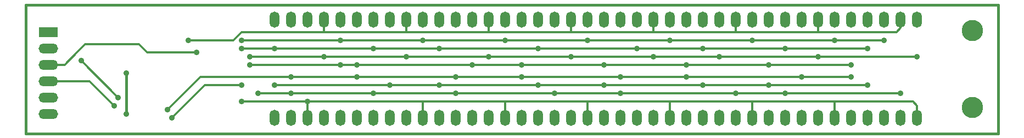
<source format=gbl>
G04 (created by PCBNEW-RS274X (2012-01-19 BZR 3256)-stable) date 28/05/2013 23:41:44*
G01*
G70*
G90*
%MOIN*%
G04 Gerber Fmt 3.4, Leading zero omitted, Abs format*
%FSLAX34Y34*%
G04 APERTURE LIST*
%ADD10C,0.006000*%
%ADD11C,0.015000*%
%ADD12R,0.118100X0.059100*%
%ADD13O,0.118100X0.059100*%
%ADD14O,0.059100X0.098400*%
%ADD15C,0.129900*%
%ADD16C,0.035000*%
%ADD17C,0.016000*%
%ADD18C,0.012000*%
G04 APERTURE END LIST*
G54D10*
G54D11*
X44882Y-25197D02*
X44882Y-17323D01*
X103937Y-25197D02*
X44882Y-25197D01*
X103937Y-17323D02*
X103937Y-25197D01*
X44882Y-17323D02*
X103937Y-17323D01*
G54D12*
X46250Y-19000D03*
G54D13*
X46250Y-20000D03*
X46250Y-21000D03*
X46250Y-22000D03*
X46250Y-23000D03*
X46250Y-24000D03*
G54D14*
X92000Y-24250D03*
X93000Y-24250D03*
X94000Y-24250D03*
X94000Y-18250D03*
X93000Y-18250D03*
X92000Y-18250D03*
X91000Y-18250D03*
X90000Y-18250D03*
X90000Y-24250D03*
X91000Y-24250D03*
X82000Y-24250D03*
X83000Y-24250D03*
X84000Y-24250D03*
X84000Y-18250D03*
X83000Y-18250D03*
X82000Y-18250D03*
X81000Y-18250D03*
X80000Y-18250D03*
X80000Y-24250D03*
X81000Y-24250D03*
X62000Y-24250D03*
X63000Y-24250D03*
X64000Y-24250D03*
X64000Y-18250D03*
X63000Y-18250D03*
X62000Y-18250D03*
X61000Y-18250D03*
X60000Y-18250D03*
X60000Y-24250D03*
X61000Y-24250D03*
X72000Y-24250D03*
X73000Y-24250D03*
X74000Y-24250D03*
X74000Y-18250D03*
X73000Y-18250D03*
X72000Y-18250D03*
X71000Y-18250D03*
X70000Y-18250D03*
X70000Y-24250D03*
X71000Y-24250D03*
X77000Y-24250D03*
X78000Y-24250D03*
X79000Y-24250D03*
X79000Y-18250D03*
X78000Y-18250D03*
X77000Y-18250D03*
X76000Y-18250D03*
X75000Y-18250D03*
X75000Y-24250D03*
X76000Y-24250D03*
X67000Y-24250D03*
X68000Y-24250D03*
X69000Y-24250D03*
X69000Y-18250D03*
X68000Y-18250D03*
X67000Y-18250D03*
X66000Y-18250D03*
X65000Y-18250D03*
X65000Y-24250D03*
X66000Y-24250D03*
X87000Y-24250D03*
X88000Y-24250D03*
X89000Y-24250D03*
X89000Y-18250D03*
X88000Y-18250D03*
X87000Y-18250D03*
X86000Y-18250D03*
X85000Y-18250D03*
X85000Y-24250D03*
X86000Y-24250D03*
X97000Y-24250D03*
X98000Y-24250D03*
X99000Y-24250D03*
X99000Y-18250D03*
X98000Y-18250D03*
X97000Y-18250D03*
X96000Y-18250D03*
X95000Y-18250D03*
X95000Y-24250D03*
X96000Y-24250D03*
G54D15*
X102362Y-18898D03*
X102362Y-23622D03*
G54D16*
X51000Y-21500D03*
X51000Y-24000D03*
X50250Y-23500D03*
X48250Y-20750D03*
X50500Y-23000D03*
X55250Y-20250D03*
X62000Y-23250D03*
X58000Y-23250D03*
X64000Y-21000D03*
X85000Y-21000D03*
X95000Y-21000D03*
X58500Y-21000D03*
X80000Y-21000D03*
X65000Y-21000D03*
X75000Y-21000D03*
X90000Y-21000D03*
X72000Y-21000D03*
X60000Y-20000D03*
X66000Y-20000D03*
X91000Y-20000D03*
X82000Y-20000D03*
X96000Y-20000D03*
X53750Y-24250D03*
X58000Y-20000D03*
X58000Y-22250D03*
X70000Y-20000D03*
X86000Y-20000D03*
X76000Y-20000D03*
X53500Y-23750D03*
X81000Y-21750D03*
X75000Y-21750D03*
X95000Y-21750D03*
X92000Y-21750D03*
X85000Y-21750D03*
X61000Y-21750D03*
X65000Y-21750D03*
X71000Y-21750D03*
X76000Y-22250D03*
X60000Y-22250D03*
X67000Y-22250D03*
X70000Y-22250D03*
X80000Y-22250D03*
X86000Y-22250D03*
X96000Y-22250D03*
X90000Y-22250D03*
X77000Y-22750D03*
X66000Y-22750D03*
X61000Y-22750D03*
X71000Y-22750D03*
X81000Y-22750D03*
X98000Y-22750D03*
X91000Y-22750D03*
X88000Y-22750D03*
X59000Y-22750D03*
X87000Y-20500D03*
X83000Y-20500D03*
X68000Y-20500D03*
X78000Y-20500D03*
X73000Y-20500D03*
X63000Y-20500D03*
X93000Y-20500D03*
X58500Y-20500D03*
X99000Y-20500D03*
X58000Y-19500D03*
X84000Y-19500D03*
X79000Y-19500D03*
X89000Y-19500D03*
X97000Y-19500D03*
X94000Y-19500D03*
X69000Y-19500D03*
X74000Y-19500D03*
X64000Y-19500D03*
X54750Y-19500D03*
G54D17*
X51000Y-21500D02*
X51000Y-23250D01*
X51000Y-23250D02*
X51000Y-24000D01*
G54D18*
X50250Y-23500D02*
X50000Y-23250D01*
X50000Y-23250D02*
X48750Y-22000D01*
X50250Y-23500D02*
X50000Y-23250D01*
X48750Y-22000D02*
X46250Y-22000D01*
X50500Y-23000D02*
X48250Y-20750D01*
X46250Y-21000D02*
X47250Y-21000D01*
X48000Y-20250D02*
X47250Y-21000D01*
X48500Y-19750D02*
X51750Y-19750D01*
X48000Y-20250D02*
X48500Y-19750D01*
X52250Y-20250D02*
X55250Y-20250D01*
X51750Y-19750D02*
X52250Y-20250D01*
X99000Y-24250D02*
X99000Y-23500D01*
X94000Y-23250D02*
X94000Y-24250D01*
X62000Y-23250D02*
X62250Y-23250D01*
X69000Y-23250D02*
X62250Y-23250D01*
X99000Y-23500D02*
X98750Y-23250D01*
X84000Y-23250D02*
X84000Y-24250D01*
X94000Y-23250D02*
X89000Y-23250D01*
X89000Y-24250D02*
X89000Y-23250D01*
X62250Y-23250D02*
X62000Y-23250D01*
X58000Y-23250D02*
X62000Y-23250D01*
X69000Y-23250D02*
X69000Y-24250D01*
X74000Y-23250D02*
X74000Y-24250D01*
X62000Y-23250D02*
X62000Y-24250D01*
X84000Y-23250D02*
X79000Y-23250D01*
X98750Y-23250D02*
X94000Y-23250D01*
X74000Y-23250D02*
X69000Y-23250D01*
X79000Y-23250D02*
X74000Y-23250D01*
X89000Y-23250D02*
X84000Y-23250D01*
X79000Y-23250D02*
X79000Y-24250D01*
X80000Y-21000D02*
X80250Y-21000D01*
X95000Y-21000D02*
X90500Y-21000D01*
X72500Y-21000D02*
X65750Y-21000D01*
X85250Y-21000D02*
X80250Y-21000D01*
X75250Y-21000D02*
X72500Y-21000D01*
X65750Y-21000D02*
X64500Y-21000D01*
X80250Y-21000D02*
X75250Y-21000D01*
X85000Y-21000D02*
X85250Y-21000D01*
X90500Y-21000D02*
X85250Y-21000D01*
X58500Y-21000D02*
X64000Y-21000D01*
X65000Y-21000D02*
X65750Y-21000D01*
X64000Y-21000D02*
X64500Y-21000D01*
X75000Y-21000D02*
X75250Y-21000D01*
X72000Y-21000D02*
X72500Y-21000D01*
X90000Y-21000D02*
X90500Y-21000D01*
X82000Y-20000D02*
X82250Y-20000D01*
X66000Y-20000D02*
X66750Y-20000D01*
X96000Y-20000D02*
X91250Y-20000D01*
X70000Y-20000D02*
X70250Y-20000D01*
X82250Y-20000D02*
X76250Y-20000D01*
X76250Y-20000D02*
X70250Y-20000D01*
X58250Y-20000D02*
X60000Y-20000D01*
X70250Y-20000D02*
X66750Y-20000D01*
X91250Y-20000D02*
X86250Y-20000D01*
X76000Y-20000D02*
X76250Y-20000D01*
X55750Y-22250D02*
X58000Y-22250D01*
X86000Y-20000D02*
X86250Y-20000D01*
X66750Y-20000D02*
X60000Y-20000D01*
X53750Y-24250D02*
X55750Y-22250D01*
X58000Y-20000D02*
X58250Y-20000D01*
X86250Y-20000D02*
X82250Y-20000D01*
X91000Y-20000D02*
X91250Y-20000D01*
X75500Y-21750D02*
X71500Y-21750D01*
X92250Y-21750D02*
X95000Y-21750D01*
X58750Y-21750D02*
X61000Y-21750D01*
X65000Y-21750D02*
X65500Y-21750D01*
X85000Y-21750D02*
X81500Y-21750D01*
X65500Y-21750D02*
X61500Y-21750D01*
X61000Y-21750D02*
X61500Y-21750D01*
X58750Y-21750D02*
X55500Y-21750D01*
X85000Y-21750D02*
X92250Y-21750D01*
X71500Y-21750D02*
X65500Y-21750D01*
X75000Y-21750D02*
X75500Y-21750D01*
X55500Y-21750D02*
X53500Y-23750D01*
X71000Y-21750D02*
X71500Y-21750D01*
X81500Y-21750D02*
X75500Y-21750D01*
X92000Y-21750D02*
X92250Y-21750D01*
X81000Y-21750D02*
X81500Y-21750D01*
X90500Y-22250D02*
X86250Y-22250D01*
X86250Y-22250D02*
X80500Y-22250D01*
X76000Y-22250D02*
X76250Y-22250D01*
X60000Y-22250D02*
X60250Y-22250D01*
X96000Y-22250D02*
X90500Y-22250D01*
X70000Y-22250D02*
X69750Y-22250D01*
X90000Y-22250D02*
X90500Y-22250D01*
X86000Y-22250D02*
X86250Y-22250D01*
X80500Y-22250D02*
X76250Y-22250D01*
X76250Y-22250D02*
X69750Y-22250D01*
X69750Y-22250D02*
X66500Y-22250D01*
X80000Y-22250D02*
X80500Y-22250D01*
X66500Y-22250D02*
X60250Y-22250D01*
X67000Y-22250D02*
X66500Y-22250D01*
X66500Y-22750D02*
X61250Y-22750D01*
X81500Y-22750D02*
X77500Y-22750D01*
X66000Y-22750D02*
X66500Y-22750D01*
X98000Y-22750D02*
X91500Y-22750D01*
X77000Y-22750D02*
X77500Y-22750D01*
X71500Y-22750D02*
X66500Y-22750D01*
X77500Y-22750D02*
X71500Y-22750D01*
X61000Y-22750D02*
X61250Y-22750D01*
X88500Y-22750D02*
X81500Y-22750D01*
X81000Y-22750D02*
X81500Y-22750D01*
X91000Y-22750D02*
X91500Y-22750D01*
X88000Y-22750D02*
X88500Y-22750D01*
X71000Y-22750D02*
X71500Y-22750D01*
X59000Y-22750D02*
X61000Y-22750D01*
X91500Y-22750D02*
X88500Y-22750D01*
X68500Y-20500D02*
X63000Y-20500D01*
X99000Y-20500D02*
X93000Y-20500D01*
X68000Y-20500D02*
X68500Y-20500D01*
X93000Y-20500D02*
X87000Y-20500D01*
X83000Y-20500D02*
X78000Y-20500D01*
X73000Y-20500D02*
X68500Y-20500D01*
X58500Y-20500D02*
X63000Y-20500D01*
X87000Y-20500D02*
X83000Y-20500D01*
X78000Y-20500D02*
X73000Y-20500D01*
X79000Y-19500D02*
X79250Y-19500D01*
X74000Y-19500D02*
X73750Y-19500D01*
X79250Y-19500D02*
X73750Y-19500D01*
X89000Y-19500D02*
X89250Y-19500D01*
X69250Y-19500D02*
X64000Y-19500D01*
X58000Y-19500D02*
X64000Y-19500D01*
X69000Y-19500D02*
X69250Y-19500D01*
X89250Y-19500D02*
X84250Y-19500D01*
X73750Y-19500D02*
X69250Y-19500D01*
X94000Y-19500D02*
X94500Y-19500D01*
X97000Y-19500D02*
X94500Y-19500D01*
X84000Y-19500D02*
X84250Y-19500D01*
X94500Y-19500D02*
X89250Y-19500D01*
X84250Y-19500D02*
X79250Y-19500D01*
X78000Y-18250D02*
X78000Y-19000D01*
X88000Y-18250D02*
X88000Y-19000D01*
X68000Y-18250D02*
X68000Y-19000D01*
X97750Y-19000D02*
X93000Y-19000D01*
X83000Y-18250D02*
X83000Y-19000D01*
X98000Y-18250D02*
X98000Y-18750D01*
X93000Y-18250D02*
X93000Y-19000D01*
X88000Y-19000D02*
X83000Y-19000D01*
X63000Y-19000D02*
X63000Y-18250D01*
X58000Y-19000D02*
X63000Y-19000D01*
X73000Y-18250D02*
X73000Y-19000D01*
X57500Y-19500D02*
X58000Y-19000D01*
X54750Y-19500D02*
X57500Y-19500D01*
X73000Y-19000D02*
X68000Y-19000D01*
X98000Y-18750D02*
X97750Y-19000D01*
X68000Y-19000D02*
X63000Y-19000D01*
X78000Y-19000D02*
X73000Y-19000D01*
X83000Y-19000D02*
X78000Y-19000D01*
X93000Y-19000D02*
X88000Y-19000D01*
M02*

</source>
